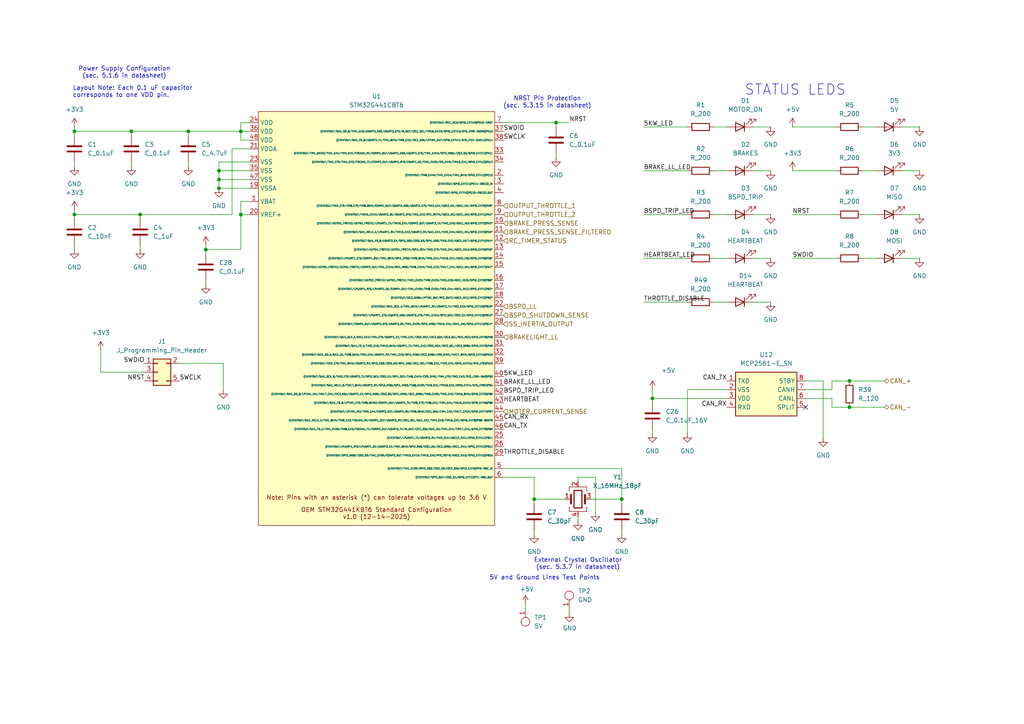
<source format=kicad_sch>
(kicad_sch (version 20250114) (generator "eeschema") (generator_version "9.0")
  (paper "A4")
  (title_block (title "Microcontroller - STM32G441CBT6") (comment 1 "By Leo Liao"))
  (lib_symbols
    (symbol "OEM:C_0.1uF_16V_0603" (pin_numbers (hide yes)) (pin_names (offset 0.254))
      (property "Reference" "C" (at 0.635 2.54 0))
      (property "Value" "C_0.1uF_16V" (at 0.635 -2.54 0))
      (symbol "C_0.1uF_16V_0603_1_1"
        (pin passive line (at 0 3.81 270) (length 2.794) (name "~") (number "1"))
        (pin passive line (at 0 -3.81 90) (length 2.794) (name "~") (number "2"))
      )
    )
    (symbol "OEM:C_10nF_50V_0603" (pin_numbers (hide yes)) (pin_names (offset 0.254))
      (property "Reference" "C" (at 0.635 2.54 0))
      (property "Value" "C_10nF_50V" (at 0.635 -2.54 0))
      (symbol "C_10nF_50V_0603_1_1"
        (pin passive line (at 0 3.81 270) (length 2.794) (name "~") (number "1"))
        (pin passive line (at 0 -3.81 90) (length 2.794) (name "~") (number "2"))
      )
    )
    (symbol "OEM:C_1uF_25V_0603" (pin_numbers (hide yes)) (pin_names (offset 0.254))
      (property "Reference" "C" (at 0.635 2.54 0))
      (property "Value" "C_1uF_25V" (at 0.635 -2.54 0))
      (symbol "C_1uF_25V_0603_1_1"
        (pin passive line (at 0 3.81 270) (length 2.794) (name "~") (number "1"))
        (pin passive line (at 0 -3.81 90) (length 2.794) (name "~") (number "2"))
      )
    )
    (symbol "OEM:C_30pF_50V_0603" (pin_numbers (hide yes)) (pin_names (offset 0.254))
      (property "Reference" "C" (at 0.635 2.54 0))
      (property "Value" "C_30pF_50V" (at 0.635 -2.54 0))
      (symbol "C_30pF_50V_0603_1_1"
        (pin passive line (at 0 3.81 270) (length 2.794) (name "~") (number "1"))
        (pin passive line (at 0 -3.81 90) (length 2.794) (name "~") (number "2"))
      )
    )
    (symbol "OEM:C_4.7uF_25V_0603" (pin_numbers (hide yes)) (pin_names (offset 0.254))
      (property "Reference" "C" (at 0.635 2.54 0))
      (property "Value" "C_4.7uF_25V" (at 0.635 -2.54 0))
      (symbol "C_4.7uF_25V_0603_1_1"
        (pin passive line (at 0 3.81 270) (length 2.794) (name "~") (number "1"))
        (pin passive line (at 0 -3.81 90) (length 2.794) (name "~") (number "2"))
      )
    )
    (symbol "OEM:D_LED_Amber_0805" (pin_numbers (hide yes)) (pin_names (offset 1.016) (hide yes))
      (property "Reference" "D" (at 0 2.54 0))
      (property "Value" "D_Amber_LED" (at 0 -2.54 0))
      (symbol "D_LED_Amber_0805_1_1"
        (pin passive line (at -3.81 0 0) (length 2.54) (name "K") (number "1"))
        (pin passive line (at 3.81 0 180) (length 2.54) (name "A") (number "2"))
      )
    )
    (symbol "OEM:D_LED_Green_0805" (pin_numbers (hide yes)) (pin_names (offset 1.016) (hide yes))
      (property "Reference" "D" (at 0 2.54 0))
      (property "Value" "D_Green_LED" (at 0 -2.54 0))
      (symbol "D_LED_Green_0805_1_1"
        (pin passive line (at -3.81 0 0) (length 2.54) (name "K") (number "1"))
        (pin passive line (at 3.81 0 180) (length 2.54) (name "A") (number "2"))
      )
    )
    (symbol "OEM:D_LED_Red_0805" (pin_numbers (hide yes)) (pin_names (offset 1.016) (hide yes))
      (property "Reference" "D" (at 0 2.54 0))
      (property "Value" "D_Red_LED" (at 0 -2.54 0))
      (symbol "D_LED_Red_0805_1_1"
        (pin passive line (at -3.81 0 0) (length 2.54) (name "K") (number "1"))
        (pin passive line (at 3.81 0 180) (length 2.54) (name "A") (number "2"))
      )
    )
    (symbol "OEM:D_LED_White_0805" (pin_numbers (hide yes)) (pin_names (offset 1.016) (hide yes))
      (property "Reference" "D" (at 0 2.54 0))
      (property "Value" "LED" (at 0 -2.54 0))
      (symbol "D_LED_White_0805_1_1"
        (pin passive line (at -3.81 0 0) (length 2.54) (name "K") (number "1"))
        (pin passive line (at 3.81 0 180) (length 2.54) (name "A") (number "2"))
      )
    )
    (symbol "OEM:J_Programming_Pin_Header" (pin_names (offset 1.016) (hide yes))
      (property "Reference" "J" (at 1.27 5.08 0))
      (property "Value" "J_Programming_Pin_Header" (at 1.27 -5.08 0))
      (symbol "J_Programming_Pin_Header_1_1"
        (pin passive line (at -3.81 2.54 0) (length 2.54) (name "Pin_1") (number "1"))
        (pin passive line (at -3.81 0 0) (length 2.54) (name "Pin_3") (number "3"))
        (pin passive line (at -3.81 -2.54 0) (length 2.54) (name "Pin_4") (number "4"))
        (pin passive line (at 6.35 2.54 180) (length 2.54) (name "Pin_2") (number "2"))
        (pin passive line (at 6.35 -2.54 180) (length 2.54) (name "Pin_5") (number "5"))
      )
    )
    (symbol "OEM:R_120_0.1W_0603" (pin_numbers (hide yes)) (pin_names (offset 0))
      (property "Reference" "R" (at 2.032 0 90))
      (property "Value" "R_120" (at 0 0 90))
      (symbol "R_120_0.1W_0603_1_1"
        (pin passive line (at 0 3.81 270) (length 1.27) (name "~") (number "1"))
        (pin passive line (at 0 -3.81 90) (length 1.27) (name "~") (number "2"))
      )
    )
    (symbol "OEM:R_200_0.1W_0603" (pin_numbers (hide yes)) (pin_names (offset 0))
      (property "Reference" "R" (at 2.032 0 90))
      (property "Value" "R_200" (at 0 0 90))
      (symbol "R_200_0.1W_0603_1_1"
        (pin passive line (at 0 3.81 270) (length 1.27) (name "~") (number "1"))
        (pin passive line (at 0 -3.81 90) (length 1.27) (name "~") (number "2"))
      )
    )
    (symbol "OEM:TP_Hook_SMD" (pin_names (offset 1.016))
      (property "Reference" "TP" (at 0 7.62 0))
      (property "Value" "TP_SMD" (at 1.27 5.08 0))
      (symbol "TP_Hook_SMD_1_1"
        (pin input line (at 0 -1.27 90) (length 2.54) (name "~") (number "1"))
      )
    )
    (symbol "OEM:U_CAN-Transceiver_MCP2561-E_SN_SOIC-8"
      (property "Reference" "U" (at 10.16 11.43 0))
      (property "Value" "MCP2561-E_SN" (at 10.16 8.89 0))
      (symbol "U_CAN-Transceiver_MCP2561-E_SN_SOIC-8_1_1"
        (pin passive line (at -11.43 3.81 0) (length 2.54) (name "TXD") (number "1"))
        (pin passive line (at -11.43 1.27 0) (length 2.54) (name "VSS") (number "2"))
        (pin passive line (at -11.43 -1.27 0) (length 2.54) (name "VDD") (number "3"))
        (pin passive line (at -11.43 -3.81 0) (length 2.54) (name "RXD") (number "4"))
        (pin passive line (at 11.43 3.81 180) (length 2.54) (name "STBY") (number "8"))
        (pin passive line (at 11.43 1.27 180) (length 2.54) (name "CANH") (number "7"))
        (pin passive line (at 11.43 -1.27 180) (length 2.54) (name "CANL") (number "6"))
        (pin passive line (at 11.43 -3.81 180) (length 2.54) (name "SPLIT") (number "5"))
      )
    )
    (symbol "OEM:U_MCU_STM32G441CBT6-Detailed_48-LQFP"
      (property "Reference" "U" (at 0 57.912 0))
      (property "Value" "STM32G441CBT6" (at 0 55.372 0))
      (symbol "U_MCU_STM32G441CBT6-Detailed_48-LQFP_1_1"
        (text "Note: Pins with an asterisk (*) can tolerate voltages up to 3.6 V\n" (at 0 -59.182 0) (effects (font (size 1.27 1.27))))
        (text "OEM STM32G441KBT6 Standard Configuration\nv1.0 (12-14-2025)" (at 0 -63.754 0) (effects (font (size 1.27 1.27))))
        (pin power_in line (at -36.83 49.53 0) (length 2.54) (name "VDD") (number "24"))
        (pin power_in line (at -36.83 46.99 0) (length 2.54) (name "VDD") (number "36"))
        (pin power_in line (at -36.83 44.45 0) (length 2.54) (name "VDD") (number "48"))
        (pin power_in line (at -36.83 41.91 0) (length 2.54) (name "VDDA") (number "21"))
        (pin power_in line (at -36.83 38.1 0) (length 2.54) (name "VSS") (number "23"))
        (pin power_in line (at -36.83 35.56 0) (length 2.54) (name "VSS") (number "35"))
        (pin power_in line (at -36.83 33.02 0) (length 2.54) (name "VSS") (number "47"))
        (pin power_in line (at -36.83 30.48 0) (length 2.54) (name "VSSA") (number "19"))
        (pin power_in line (at -36.83 26.67 0) (length 2.54) (name "VBAT") (number "1"))
        (pin power_in line (at -36.83 22.86 0) (length 2.54) (name "VREF+") (number "20"))
        (pin bidirectional line (at 36.83 49.53 180) (length 2.54) (name "(EVENTOUT/RCC_MCO/GPIO_EXTI10)PG10-NRST") (number "7"))
        (pin bidirectional line (at 36.83 46.99 180) (length 2.54) (name "(EVENTOUT/SAI1_SD_B/TIM4_CH3/USART3_NSS/USART3_CTS/IR_OUT/I2C1_SCL/TIM16_CH1N/GPIO_EXTI13/SYS_JTMS-SWDIO)PA13") (number "37"))
        (pin bidirectional line (at 36.83 44.45 180) (length 2.54) (name "(EVENTOUT/SAI1_FS_B/USART2_TX/TIM1_BKIN/TIM8_CH2/I2C1_SDA/LPTIM1_OUT/GPIO_EXTI14/SYS_JTCK-SWCLK)PA14") (number "38"))
        (pin bidirectional line (at 36.83 40.64 180) (length 2.54) (name "(EVENTOUT/TIM1_BKIN2/TIM1_CH4/TIM4_CH1/FDCAN1_RX/COMP1_OUT/USART1_NSS/USART1_CTS/TIM1_CH1N/SPI2_MOSI/I2S2_SD/GPIO_EXTI11)PA11") (number "33"))
        (pin bidirectional line (at 36.83 38.1 180) (length 2.54) (name "(EVENTOUT/TIM1_ETR/TIM4_CH2/FDCAN1_TX/COMP2_OUT/USART1_RTS/USART1_DE/TIM1_CH2N/I2S_CKIN/TIM16_CH1/GPIO_EXTI12)PA12") (number "34"))
        (pin bidirectional line (at 36.83 34.29 180) (length 2.54) (name "(EVENTOUT/TIM8_CH4N/TIM1_CH1N/TIM1_BKIN/GPIO_EXTI13)PC13") (number "2"))
        (pin bidirectional line (at 36.83 31.75 180) (length 2.54) (name "(EVENTOUT/GPIO_EXTI14)PC14-OSC32_IN") (number "3"))
        (pin bidirectional line (at 36.83 29.21 180) (length 2.54) (name "(EVENTOUT/GPIO_EXTI15)PC15-OSC32_OUT") (number "4"))
        (pin bidirectional line (at 36.83 25.4 180) (length 2.54) (name "(EVENTOUT/TIM2_ETR/TIM8_ETR/TIM8_BKIN/COMP1_OUT/USART2_NSS/USART2_CTS/TIM2_CH1/ADC2_IN1/ADC1_IN1/GPIO_EXTI0)PA0*") (number "8"))
        (pin bidirectional line (at 36.83 22.86 180) (length 2.54) (name "(EVENTOUT/TIM15_CH1N/USART2_DE/USART2_RTS/TIM2_CH2/RTC_REFIN/ADC2_IN2/ADC1_IN2/GPIO_EXTI1)PA1*") (number "9"))
        (pin bidirectional line (at 36.83 20.32 180) (length 2.54) (name "(EVENTOUT/UCPD1_FRSTX2/UCPD1_FRSTX1/LPUART1_TX/TIM15_CH1/COMP2_OUT/USART2_TX/TIM2_CH3/ADC1_IN3/GPIO_EXTI2)PA2*") (number "10"))
        (pin bidirectional line (at 36.83 17.78 180) (length 2.54) (name "(EVENTOUT/SAI1_MCLK_A/LPUART1_RX/TIM15_CH2/USART2_RX/SAI1_CK1/TIM2_CH4/ADC1_IN4/GPIO_EXTI3)PA3*") (number "11"))
        (pin bidirectional line (at 36.83 15.24 180) (length 2.54) (name "(EVENTOUT/SAI1_FS_B/USART2_CK/SPI3_NSS/I2S3_WS/SPI1_NSS/TIM3_CH2/ADC2_IN17/GPIO_EXTI4)PA4*") (number "12"))
        (pin bidirectional line (at 36.83 12.7 180) (length 2.54) (name "(EVENTOUT/UCPD1_FRSTX2/UCPD1_FRSTX1/SPI1_SCK/TIM2_ETR/TIM2_CH1/ADC2_IN13/GPIO_EXTI5)PA5*") (number "13"))
        (pin bidirectional line (at 36.83 10.16 180) (length 2.54) (name "(EVENTOUT/LPUART1_CTS/COMP1_OUT/TIM1_BKIN/SPI1_MISO/TIM8_BKIN/TIM3_CH1/TIM16_CH1/ADC2_IN3/GPIO_EXTI6)PA6*") (number "14"))
        (pin bidirectional line (at 36.83 7.62 180) (length 2.54) (name "(EVENTOUT/UCPD1_FRSTX2/UCPD1_FRSTX1/COMP2_OUT/TIM1_CH1N/SPI1_MOSI/TIM8_CH1N/TIM3_CH2/TIM17_CH1/ADC2_IN4/GPIO_EXTI7)PA7*") (number "15"))
        (pin bidirectional line (at 36.83 3.81 180) (length 2.54) (name "(EVENTOUT/UCPD1_FRSTX2/UCPD1_FRSTX1/TIM1_CH2N/TIM8_CH2N/TIM3_CH3/ADC1_IN15/GPIO_EXTI0)PB0*") (number "16"))
        (pin bidirectional line (at 36.83 1.27 180) (length 2.54) (name "(EVENTOUT/LPUART1_RTS/LPUART1_DE/COMP4_OUT/TIM1_CH3N/TIM8_CH3N/TIM3_CH4/ADC1_IN12/GPIO_EXTI1)PB1*") (number "17"))
        (pin bidirectional line (at 36.83 -1.27 180) (length 2.54) (name "(EVENTOUT/I2C3_SMBA/LPTIM1_OUT/RTC_OUT2/ADC2_IN12/GPIO_EXTI2)PB2*") (number "18"))
        (pin bidirectional line (at 36.83 -3.81 180) (length 2.54) (name "(EVENTOUT/SAI1_SCK_A/TIM1_BKIN/LPUART1_RX/USART3_TX/TIM2_CH3/GPIO_EXTI10)PB10*") (number "22"))
        (pin bidirectional line (at 36.83 -6.35 180) (length 2.54) (name "(EVENTOUT/LPUART1_CTS/USART3_NSS/USART3_CTS/TIM1_CH1N/SPI2_SCK/I2S2_CK/GPIO_EXTI13)PB13*") (number "27"))
        (pin bidirectional line (at 36.83 -8.89 180) (length 2.54) (name "(EVENTOUT/COMP4_OUT/USART3_RTS/USART3_DE/TIM1_CH2N/SPI2_MISO/TIM15_CH1/ADC1_IN5/GPIO_EXTI14)PB14*") (number "28"))
        (pin bidirectional line (at 36.83 -12.7 180) (length 2.54) (name "(EVENTOUT/SAI1_SCK_A/SAI1_CK2/TIM4_ETR/USART1_CK/TIM1_CH1/I2S2_MCK/I2C2_SDA/I2C3_SCL/RCC_MCO/GPIO_EXTI8)PA8") (number "30"))
        (pin bidirectional line (at 36.83 -15.24 180) (length 2.54) (name "(EVENTOUT/SAI1_FS_A/TIM2_CH3/TIM15_BKIN/USART1_TX/TIM1_CH2/I2S3_MCK/I2C2_SCL/I2C3_SMBA/GPIO_EXTI9)PA9") (number "31"))
        (pin bidirectional line (at 36.83 -17.78 180) (length 2.54) (name "(EVENTOUT/SAI1_SD_A/SAI1_D1/TIM8_BKIN/TIM2_CH4/USART1_RX/TIM1_CH3/SPI2_MISO/I2C2_SMBA/CRS_SYNC/TIM17_BKIN/GPIO_EXTI10)PA10") (number "32"))
        (pin bidirectional line (at 36.83 -20.32 180) (length 2.54) (name "(EVENTOUT/TIM2_ETR/TIM1_BKIN/USART2_RX/SPI3_NSS/I2S3_WS/SPI1_NSS/I2C1_SCL/TIM8_CH1/TIM2_CH1/GPIO_EXTI15/SYS_JTDI)PA15") (number "39"))
        (pin bidirectional line (at 36.83 -24.13 180) (length 2.54) (name "(EVENTOUT/SAI1_SCK_B/TIM3_ETR/USART2_TX/SPI3_SCK/I2S3_CK/SPI1_SCK/TIM8_CH1N/CRS_SYNC/TIM4_ETR/TIM2_CH2/SYS_JTDO-SWO)PB3") (number "40"))
        (pin bidirectional line (at 36.83 -26.67 180) (length 2.54) (name "(EVENTOUT/SAI1_MCLK_B/TIM17_BKIN/USART2_RX/SPI3_MISO/SPI1_MISO/TIM8_CH2N/TIM3_CH1/TIM16_CH1/GPIO_EXTI4/SYS_JTRST)PB4") (number "41"))
        (pin bidirectional line (at 36.83 -29.21 180) (length 2.54) (name "(EVENTOUT/SAI1_SD_B/LPTIM1_IN1/TIM17_CH1/I2C3_SDA/USART2_CK/SPI3_MOSI/I2S3_SD/SPI1_MOSI/I2C1_SMBA/TIM8_CH3N/TIM3_CH2/TIM16_BKIN/GPIO_EXTI5)PB5") (number "42"))
        (pin bidirectional line (at 36.83 -31.75 180) (length 2.54) (name "(EVENTOUT/SAI1_FS_B/LPTIM1_ETR/TIM8_BKIN2/COMP4_OUT/USART1_TX/TIM8_ETR/TIM8_CH1/TIM4_CH1/TIM16_CH1N/GPIO_EXTI6)PB6") (number "43"))
        (pin bidirectional line (at 36.83 -34.29 180) (length 2.54) (name "(EVENTOUT/LPTIM1_IN2/TIM3_CH4/COMP3_OUT/USART1_RX/TIM8_BKIN/I2C1_SDA/TIM4_CH2/TIM17_CH1N/GPIO_EXTI7)PB7") (number "44"))
        (pin bidirectional line (at 36.83 -36.83 180) (length 2.54) (name "(EVENTOUT/SAI1_MCLK_A/TIM1_BKIN/TIM8_CH2/FDCAN1_RX/COMP1_OUT/USART3_RX/I2C1_SCL/SAI1_CK1/TIM4_CH3/TIM16_CH1/GPIO_EXTI8)PB8-BOOT0") (number "45"))
        (pin bidirectional line (at 36.83 -39.37 180) (length 2.54) (name "(EVENTOUT/SAI1_FS_A/TIM1_CH3N/TIM8_CH3/FDCAN1_TX/COMP2_OUT/USART3_TX/IR_OUT/I2C1_SDA/SAI1_D2/TIM4_CH4/TIM17_CH1/GPIO_EXTI9)PB9") (number "46"))
        (pin bidirectional line (at 36.83 -41.91 180) (length 2.54) (name "(EVENTOUT/LPUART1_TX/USART3_RX/TIM2_CH4/ADC12_IN14/GPIO_EXTI11)PB11") (number "25"))
        (pin bidirectional line (at 36.83 -44.45 180) (length 2.54) (name "(EVENTOUT/LPUART1_RTS/LPUART1_DE/USART3_CK/TIM1_BKIN/SPI2_NSS/I2S2_WS/I2C2_SMBA/ADC1_IN11/GPIO_EXTI12)PB12") (number "26"))
        (pin bidirectional line (at 36.83 -46.99 180) (length 2.54) (name "(EVENTOUT/SPI2_MOSI/I2S2_SD/TIM1_CH3N/COMP3_OUT/TIM15_CH1N/TIM15_CH2/RTC_REFIN/ADC2_IN15/GPIO_EXTI15)PB15") (number "29"))
        (pin bidirectional line (at 36.83 -50.8 180) (length 2.54) (name "(EVENTOUT/TIM1_CH3N/SPI2_NSS/I2S2_WS/I2C2_SDA/GPIO_EXTI0)PF0-OSC_IN") (number "5"))
        (pin bidirectional line (at 36.83 -53.34 180) (length 2.54) (name "(EVENTOUT/SPI2_SCK/I2S2_CK/GPIO_EXTI1)PF1-OSC_OUT") (number "6"))
      )
    )
    (symbol "OEM:X_16MHz_18pF_SMD" (pin_names (offset 1.016) (hide yes))
      (property "Reference" "Y" (at 3.175 5.08 0))
      (property "Value" "X_16MHz_18pF" (at 3.175 3.175 0))
      (symbol "X_16MHz_18pF_SMD_1_1"
        (pin passive line (at -3.81 0 0) (length 1.27) (name "1") (number "1"))
        (pin passive line (at 0 5.08 270) (length 1.27) (name "2") (number "2"))
        (pin passive line (at 0 -5.08 90) (length 1.27) (name "4") (number "4"))
        (pin passive line (at 3.81 0 180) (length 1.27) (name "3") (number "3"))
      )
    )
    (symbol "power:+3V3" (power) (pin_numbers (hide yes)) (pin_names (offset 0) (hide yes))
      (property "Value" "+3V3" (at 0 3.556 0))
      (symbol "+3V3_1_1"
        (pin power_in line (at 0 0 90) (length 0) (name "~") (number "1"))
      )
    )
    (symbol "power:+5V" (power) (pin_numbers (hide yes)) (pin_names (offset 0) (hide yes))
      (property "Value" "+5V" (at 0 3.556 0))
      (symbol "+5V_1_1"
        (pin power_in line (at 0 0 90) (length 0) (name "~") (number "1"))
      )
    )
    (symbol "power:GND" (power) (pin_numbers (hide yes)) (pin_names (offset 0) (hide yes))
      (property "Value" "GND" (at 0 -3.81 0))
      (symbol "GND_1_1"
        (pin power_in line (at 0 0 270) (length 0) (name "~") (number "1"))
      )
    )
  )
  (text "Power Supply Configuration\n(sec. 5.1.6 in datasheet)" (at 36.068 21.082 0) (effects (font (size 1.27 1.27))))
  (text "NRST Pin Protection\n(sec. 5.3.15 in datasheet)" (at 158.75 29.718 0) (effects (font (size 1.27 1.27))))
  (text "Layout Note: Each 0.1 uF capacitor\ncorresponds to one VDD pin." (at 21.082 26.67 0) (effects (font (size 1.27 1.27)) (justify left)))
  (text "STATUS LEDS" (at 215.9 27.94 0) (effects (font (size 3 3)) (justify left bottom)))
  (text "5V and Ground Lines Test Points" (at 157.988 167.64 0) (effects (font (size 1.27 1.27))))
  (text "External Crystal Oscillator\n(sec. 5.3.7 in datasheet)" (at 167.64 163.576 0) (effects (font (size 1.27 1.27))))
  (junction (at 189.23 115.57))
  (junction (at 69.85 62.23))
  (junction (at 69.85 38.1))
  (junction (at 40.64 62.23))
  (junction (at 63.5 49.53))
  (junction (at 246.38 118.11))
  (junction (at 246.38 110.49))
  (junction (at 63.5 54.61))
  (junction (at 154.94 144.78))
  (junction (at 21.59 62.23))
  (junction (at 59.69 72.39))
  (junction (at 180.34 144.78))
  (junction (at 21.59 38.1))
  (junction (at 161.29 35.56))
  (junction (at 54.61 38.1))
  (junction (at 38.1 38.1))
  (junction (at 63.5 52.07))
  (no_connect (at 233.68 118.11))
  (wire (pts (xy 207.01 74.93) (xy 210.82 74.93)))
  (wire (pts (xy 167.64 149.86) (xy 167.64 151.13)))
  (wire (pts (xy 250.19 36.83) (xy 254 36.83)))
  (wire (pts (xy 154.94 144.78) (xy 154.94 138.43)))
  (wire (pts (xy 38.1 38.1) (xy 54.61 38.1)))
  (wire (pts (xy 161.29 44.45) (xy 161.29 45.72)))
  (wire (pts (xy 54.61 46.99) (xy 54.61 48.26)))
  (wire (pts (xy 241.3 115.57) (xy 241.3 118.11)))
  (wire (pts (xy 69.85 35.56) (xy 72.39 35.56)))
  (wire (pts (xy 189.23 124.46) (xy 189.23 125.73)))
  (wire (pts (xy 172.72 138.43) (xy 172.72 148.59)))
  (wire (pts (xy 69.85 38.1) (xy 72.39 38.1)))
  (wire (pts (xy 154.94 154.94) (xy 154.94 153.67)))
  (wire (pts (xy 21.59 63.5) (xy 21.59 62.23)))
  (wire (pts (xy 186.69 87.63) (xy 199.39 87.63)))
  (wire (pts (xy 38.1 46.99) (xy 38.1 48.26)))
  (wire (pts (xy 167.64 138.43) (xy 172.72 138.43)))
  (wire (pts (xy 152.4 175.26) (xy 152.4 176.53)))
  (wire (pts (xy 189.23 115.57) (xy 189.23 116.84)))
  (wire (pts (xy 63.5 46.99) (xy 63.5 49.53)))
  (wire (pts (xy 69.85 40.64) (xy 72.39 40.64)))
  (wire (pts (xy 21.59 46.99) (xy 21.59 48.26)))
  (wire (pts (xy 180.34 144.78) (xy 180.34 146.05)))
  (wire (pts (xy 218.44 36.83) (xy 223.52 36.83)))
  (wire (pts (xy 59.69 71.12) (xy 59.69 72.39)))
  (wire (pts (xy 165.1 176.53) (xy 165.1 177.8)))
  (wire (pts (xy 241.3 118.11) (xy 246.38 118.11)))
  (wire (pts (xy 250.19 49.53) (xy 254 49.53)))
  (wire (pts (xy 21.59 38.1) (xy 38.1 38.1)))
  (wire (pts (xy 69.85 72.39) (xy 69.85 62.23)))
  (wire (pts (xy 180.34 153.67) (xy 180.34 154.94)))
  (wire (pts (xy 186.69 62.23) (xy 199.39 62.23)))
  (wire (pts (xy 59.69 72.39) (xy 59.69 73.66)))
  (wire (pts (xy 52.07 105.41) (xy 64.77 105.41)))
  (wire (pts (xy 146.05 35.56) (xy 161.29 35.56)))
  (wire (pts (xy 154.94 144.78) (xy 163.83 144.78)))
  (wire (pts (xy 229.87 74.93) (xy 242.57 74.93)))
  (wire (pts (xy 146.05 135.89) (xy 180.34 135.89)))
  (wire (pts (xy 241.3 113.03) (xy 241.3 110.49)))
  (wire (pts (xy 69.85 62.23) (xy 72.39 62.23)))
  (wire (pts (xy 69.85 58.42) (xy 69.85 62.23)))
  (wire (pts (xy 40.64 71.12) (xy 40.64 72.39)))
  (wire (pts (xy 233.68 110.49) (xy 238.76 110.49)))
  (wire (pts (xy 180.34 135.89) (xy 180.34 144.78)))
  (wire (pts (xy 21.59 60.96) (xy 21.59 62.23)))
  (wire (pts (xy 186.69 36.83) (xy 199.39 36.83)))
  (wire (pts (xy 218.44 74.93) (xy 223.52 74.93)))
  (wire (pts (xy 207.01 62.23) (xy 210.82 62.23)))
  (wire (pts (xy 63.5 49.53) (xy 72.39 49.53)))
  (wire (pts (xy 229.87 36.83) (xy 242.57 36.83)))
  (wire (pts (xy 256.54 110.49) (xy 246.38 110.49)))
  (wire (pts (xy 40.64 62.23) (xy 40.64 63.5)))
  (wire (pts (xy 189.23 115.57) (xy 210.82 115.57)))
  (wire (pts (xy 69.85 58.42) (xy 72.39 58.42)))
  (wire (pts (xy 218.44 49.53) (xy 223.52 49.53)))
  (wire (pts (xy 54.61 38.1) (xy 54.61 39.37)))
  (wire (pts (xy 67.31 43.18) (xy 67.31 62.23)))
  (wire (pts (xy 63.5 52.07) (xy 63.5 49.53)))
  (wire (pts (xy 186.69 74.93) (xy 199.39 74.93)))
  (wire (pts (xy 29.21 107.95) (xy 41.91 107.95)))
  (wire (pts (xy 59.69 72.39) (xy 69.85 72.39)))
  (wire (pts (xy 64.77 105.41) (xy 64.77 113.03)))
  (wire (pts (xy 218.44 62.23) (xy 223.52 62.23)))
  (wire (pts (xy 207.01 87.63) (xy 210.82 87.63)))
  (wire (pts (xy 69.85 38.1) (xy 69.85 40.64)))
  (wire (pts (xy 59.69 81.28) (xy 59.69 82.55)))
  (wire (pts (xy 54.61 38.1) (xy 69.85 38.1)))
  (wire (pts (xy 21.59 38.1) (xy 21.59 39.37)))
  (wire (pts (xy 207.01 36.83) (xy 210.82 36.83)))
  (wire (pts (xy 199.39 113.03) (xy 199.39 125.73)))
  (wire (pts (xy 21.59 72.39) (xy 21.59 71.12)))
  (wire (pts (xy 69.85 35.56) (xy 69.85 38.1)))
  (wire (pts (xy 241.3 110.49) (xy 246.38 110.49)))
  (wire (pts (xy 63.5 54.61) (xy 72.39 54.61)))
  (wire (pts (xy 63.5 52.07) (xy 72.39 52.07)))
  (wire (pts (xy 40.64 62.23) (xy 67.31 62.23)))
  (wire (pts (xy 21.59 36.83) (xy 21.59 38.1)))
  (wire (pts (xy 38.1 38.1) (xy 38.1 39.37)))
  (wire (pts (xy 171.45 144.78) (xy 180.34 144.78)))
  (wire (pts (xy 261.62 74.93) (xy 266.7 74.93)))
  (wire (pts (xy 199.39 113.03) (xy 210.82 113.03)))
  (wire (pts (xy 261.62 49.53) (xy 266.7 49.53)))
  (wire (pts (xy 154.94 144.78) (xy 154.94 146.05)))
  (wire (pts (xy 21.59 62.23) (xy 40.64 62.23)))
  (wire (pts (xy 161.29 35.56) (xy 161.29 36.83)))
  (wire (pts (xy 63.5 52.07) (xy 63.5 54.61)))
  (wire (pts (xy 146.05 138.43) (xy 154.94 138.43)))
  (wire (pts (xy 250.19 62.23) (xy 254 62.23)))
  (wire (pts (xy 229.87 49.53) (xy 242.57 49.53)))
  (wire (pts (xy 207.01 49.53) (xy 210.82 49.53)))
  (wire (pts (xy 186.69 49.53) (xy 199.39 49.53)))
  (wire (pts (xy 218.44 87.63) (xy 223.52 87.63)))
  (wire (pts (xy 167.64 138.43) (xy 167.64 139.7)))
  (wire (pts (xy 261.62 36.83) (xy 266.7 36.83)))
  (wire (pts (xy 233.68 115.57) (xy 241.3 115.57)))
  (wire (pts (xy 261.62 62.23) (xy 266.7 62.23)))
  (wire (pts (xy 29.21 107.95) (xy 29.21 101.6)))
  (wire (pts (xy 67.31 43.18) (xy 72.39 43.18)))
  (wire (pts (xy 238.76 110.49) (xy 238.76 127)))
  (wire (pts (xy 246.38 118.11) (xy 256.54 118.11)))
  (wire (pts (xy 63.5 46.99) (xy 72.39 46.99)))
  (wire (pts (xy 229.87 62.23) (xy 242.57 62.23)))
  (wire (pts (xy 250.19 74.93) (xy 254 74.93)))
  (wire (pts (xy 161.29 35.56) (xy 165.1 35.56)))
  (wire (pts (xy 189.23 113.03) (xy 189.23 115.57)))
  (wire (pts (xy 233.68 113.03) (xy 241.3 113.03)))
  (label "CAN_RX" (at 210.82 118.11 180))
  (label "SWDIO" (at 229.87 74.93 0))
  (label "NRST" (at 229.87 62.23 0))
  (label "THROTTLE_DISABLE" (at 146.05 132.08 0))
  (label "THROTTLE_DISABLE" (at 186.69 87.63 0))
  (label "CAN_TX" (at 210.82 110.49 180))
  (label "SWDIO" (at 41.91 105.41 180))
  (label "NRST" (at 41.91 110.49 180))
  (label "SWCLK" (at 146.05 40.64 0))
  (label "SWDIO" (at 146.05 38.1 0))
  (label "CAN_TX" (at 146.05 124.46 0))
  (label "5KW_LED" (at 186.69 36.83 0))
  (label "HEARTBEAT" (at 146.05 116.84 0))
  (label "HEARTBEAT_LED" (at 186.69 74.93 0))
  (label "5KW_LED" (at 146.05 109.22 0))
  (label "NRST" (at 165.1 35.56 0))
  (label "BRAKE_LL_LED" (at 186.69 49.53 0))
  (label "CAN_RX" (at 146.05 121.92 0))
  (label "BRAKE_LL_LED" (at 146.05 111.76 0))
  (label "BSPD_TRIP_LED" (at 146.05 114.3 0))
  (label "BSPD_TRIP_LED" (at 186.69 62.23 0))
  (label "SWCLK" (at 52.07 110.49 0))
  (hierarchical_label "CAN_+" (shape bidirectional) (at 256.54 110.49 0))
  (hierarchical_label "BRAKE_PRESS_SENSE" (shape input) (at 146.05 64.77 0))
  (hierarchical_label "RC_TIMER_STATUS" (shape input) (at 146.05 69.85 0))
  (hierarchical_label "BSPD_SHUTDOWN_SENSE" (shape input) (at 146.05 91.44 0))
  (hierarchical_label "SS_INERTIA_OUTPUT" (shape input) (at 146.05 93.98 0))
  (hierarchical_label "BSPD_LL" (shape input) (at 146.05 88.9 0))
  (hierarchical_label "BRAKE_PRESS_SENSE_FILTERED" (shape input) (at 146.05 67.31 0))
  (hierarchical_label "OUTPUT_THROTTLE_1" (shape input) (at 146.05 59.69 0))
  (hierarchical_label "MOTER_CURRENT_SENSE" (shape input) (at 146.05 119.38 0))
  (hierarchical_label "CAN_-" (shape bidirectional) (at 256.54 118.11 0))
  (hierarchical_label "OUTPUT_THROTTLE_2" (shape input) (at 146.05 62.23 0))
  (hierarchical_label "BRAKELIGHT_LL" (shape input) (at 146.05 97.79 0))
  (symbol (lib_id "OEM:X_16MHz_18pF_SMD") (at 167.64 144.78 0) (unit 1)
    (property "Reference" "Y1" (at 179.07 138.3598 0))
    (property "Value" "X_16MHz_18pF" (at 179.07 140.8998 0))
    (property "Footprint" "OEM:FA238160000MBC0 (X_16MHz_18pF_SMD - FA-238_16.0000MB-C0)" (effects (hide yes)))
    (property "Datasheet" "https://www.mouser.com/datasheet/3/97/1/FA-238_en.pdf" (effects (hide yes)))
    (property "Description" "CRYSTAL 16.0000MHZ 18PF SMD" (effects (hide yes)))
    (property "MPN" "FA-238 16.0000MB-C0" (effects (hide yes)))
  )
  (symbol (lib_id "OEM:TP_Hook_SMD") (at 152.4 177.8 180) (unit 1)
    (property "Reference" "TP1" (at 154.94 179.0699 0) (effects (justify right)))
    (property "Value" "5V" (at 154.94 181.6099 0) (effects (justify right)))
    (property "Footprint" "OEM:TP_Hook_SMD" (effects (hide yes)))
    (property "Datasheet" "https://www.mouser.com/datasheet/3/201/1/5019.PDF" (effects (hide yes)))
    (property "Description" "Test Point SMD Hook" (effects (hide yes)))
    (property "MPN" "5019" (effects (hide yes)))
  )
  (symbol (lib_id "power:GND") (at 238.76 127 0) (unit 1)
    (property "Reference" "#PWR?" (effects (hide yes)))
    (property "Value" "GND" (at 238.76 132.08 0))
    (property "Description" "Power symbol creates a global label with name \"GND\" , ground" (effects (hide yes)))
  )
  (symbol (lib_id "power:GND") (at 223.52 74.93 0) (unit 1)
    (property "Reference" "#PWR?" (effects (hide yes)))
    (property "Value" "GND" (at 223.52 80.01 0))
    (property "Description" "Power symbol creates a global label with name \"GND\" , ground" (effects (hide yes)))
  )
  (symbol (lib_id "power:+5V") (at 229.87 36.83 0) (unit 1)
    (property "Reference" "#PWR?" (effects (hide yes)))
    (property "Value" "+5V" (at 229.87 31.75 0))
    (property "Description" "Power symbol creates a global label with name \"+5V\"" (effects (hide yes)))
  )
  (symbol (lib_id "power:GND") (at 21.59 48.26 0) (unit 1)
    (property "Reference" "#PWR?" (effects (hide yes)))
    (property "Value" "GND" (at 21.59 53.34 0))
    (property "Description" "Power symbol creates a global label with name \"GND\" , ground" (effects (hide yes)))
  )
  (symbol (lib_id "power:+3V3") (at 21.59 60.96 0) (unit 1)
    (property "Reference" "#PWR?" (effects (hide yes)))
    (property "Value" "+3V3" (at 21.59 55.88 0))
    (property "Description" "Power symbol creates a global label with name \"+3V3\"" (effects (hide yes)))
  )
  (symbol (lib_id "OEM:D_LED_Red_0805") (at 214.63 62.23 180) (unit 1)
    (property "Reference" "D3" (at 216.2175 54.61 0))
    (property "Value" "BSPD_TRIP" (at 216.2175 57.15 0))
    (property "Footprint" "OEM:D_0805_2012Metric" (effects (hide yes)))
    (property "Datasheet" "https://www.mouser.com/catalog/specsheets/Lite-On-LTST-C171KRKT.pdf" (effects (hide yes)))
    (property "Description" "LED RED CLEAR SMD" (effects (hide yes)))
    (property "Sim.Pins" "1=K 2=A" (effects (hide yes)))
    (property "MPN" "LTST-C171KRKT" (effects (hide yes)))
  )
  (symbol (lib_id "power:+5V") (at 189.23 113.03 0) (unit 1)
    (property "Reference" "#PWR?" (effects (hide yes)))
    (property "Value" "+5V" (at 193.802 107.442 0))
    (property "Description" "Power symbol creates a global label with name \"+5V\"" (effects (hide yes)))
  )
  (symbol (lib_id "OEM:D_LED_Green_0805") (at 257.81 74.93 180) (unit 1)
    (property "Reference" "D8" (at 259.3975 67.31 0))
    (property "Value" "MOSI" (at 259.3975 69.85 0))
    (property "Footprint" "OEM:D_0805_2012Metric" (effects (hide yes)))
    (property "Datasheet" "https://www.mouser.com/catalog/specsheets/Lite-On-LTST-C170KGKT.pdf" (effects (hide yes)))
    (property "Description" "LED GREEN CLEAR SMD" (effects (hide yes)))
    (property "Sim.Pins" "1=K 2=A" (effects (hide yes)))
    (property "MPN" "LTST-C170KGKT" (effects (hide yes)))
  )
  (symbol (lib_id "power:GND") (at 38.1 48.26 0) (unit 1)
    (property "Reference" "#PWR?" (effects (hide yes)))
    (property "Value" "GND" (at 38.1 53.34 0))
    (property "Description" "Power symbol creates a global label with name \"GND\" , ground" (effects (hide yes)))
  )
  (symbol (lib_id "OEM:R_200_0.1W_0603") (at 203.2 87.63 90) (unit 1)
    (property "Reference" "R49" (at 203.2 81.28 90))
    (property "Value" "R_200" (at 203.2 83.82 90))
    (property "Footprint" "OEM:R_0603_1608Metric" (effects (hide yes)))
    (property "Datasheet" "https://www.mouser.com/datasheet/3/317/1/ASC_WR.pdf" (effects (hide yes)))
    (property "Description" "RES 200 OHM 1% 1/10W 0603" (effects (hide yes)))
    (property "MPN" "WR06X2000FTL" (effects (hide yes)))
  )
  (symbol (lib_id "power:GND") (at 40.64 72.39 0) (unit 1)
    (property "Reference" "#PWR?" (effects (hide yes)))
    (property "Value" "GND" (at 40.64 77.47 0))
    (property "Description" "Power symbol creates a global label with name \"GND\" , ground" (effects (hide yes)))
  )
  (symbol (lib_id "power:GND") (at 189.23 125.73 0) (unit 1)
    (property "Reference" "#PWR?" (effects (hide yes)))
    (property "Value" "GND" (at 189.23 130.81 0))
    (property "Description" "Power symbol creates a global label with name \"GND\" , ground" (effects (hide yes)))
  )
  (symbol (lib_id "OEM:D_LED_White_0805") (at 257.81 36.83 180) (unit 1)
    (property "Reference" "D5" (at 259.3975 29.21 0))
    (property "Value" "5V" (at 259.3975 31.75 0))
    (property "Footprint" "OEM:D_0805_2012Metric" (effects (hide yes)))
    (property "Datasheet" "https://www.qt-brightek.com/datasheet/QBLP631_series.pdf" (effects (hide yes)))
    (property "Description" "LED WHITE DIFFUSED 0805 SMD" (effects (hide yes)))
    (property "Sim.Pins" "1=K 2=A" (effects (hide yes)))
    (property "MPN" "QBLP631-IW" (effects (hide yes)))
  )
  (symbol (lib_id "OEM:D_LED_Amber_0805") (at 214.63 36.83 180) (unit 1)
    (property "Reference" "D1" (at 216.2175 29.21 0))
    (property "Value" "MOTOR_ON" (at 216.2175 31.75 0))
    (property "Footprint" "OEM:D_0805_2012Metric" (effects (hide yes)))
    (property "Datasheet" "https://www.mouser.com/catalog/specsheets/ltstc171aktliteon.pdf" (effects (hide yes)))
    (property "Description" "LED ORANGE CLEAR SMD" (effects (hide yes)))
    (property "Sim.Pins" "1=K 2=A" (effects (hide yes)))
    (property "MPN" " LTST-C171AKT " (effects (hide yes)))
  )
  (symbol (lib_id "OEM:C_4.7uF_25V_0603") (at 54.61 43.18 0) (unit 1)
    (property "Reference" "C5" (at 58.42 41.9099 0) (effects (justify left)))
    (property "Value" "C_4.7uF" (at 58.42 44.4499 0) (effects (justify left)))
    (property "Footprint" "OEM:C_0603_1608Metric" (effects (hide yes)))
    (property "Datasheet" "https://www.mouser.com/catalog/specsheets/mure-s-a0004413631-1.pdf" (effects (hide yes)))
    (property "Description" "CAP CER 4.7UF 25V X5R 0603" (effects (hide yes)))
    (property "MPN" "GRT188R61E475ME13D" (effects (hide yes)))
  )
  (symbol (lib_id "power:GND") (at 223.52 87.63 0) (unit 1)
    (property "Reference" "#PWR?" (effects (hide yes)))
    (property "Value" "GND" (at 223.52 92.71 0))
    (property "Description" "Power symbol creates a global label with name \"GND\" , ground" (effects (hide yes)))
  )
  (symbol (lib_id "power:GND") (at 266.7 49.53 0) (unit 1)
    (property "Reference" "#PWR?" (effects (hide yes)))
    (property "Value" "GND" (at 266.7 54.61 0))
    (property "Description" "Power symbol creates a global label with name \"GND\" , ground" (effects (hide yes)))
  )
  (symbol (lib_id "OEM:R_200_0.1W_0603") (at 246.38 62.23 90) (unit 1)
    (property "Reference" "R7" (at 246.38 55.88 90))
    (property "Value" "R_200" (at 246.38 58.42 90))
    (property "Footprint" "OEM:R_0603_1608Metric" (effects (hide yes)))
    (property "Datasheet" "https://www.mouser.com/datasheet/3/317/1/ASC_WR.pdf" (effects (hide yes)))
    (property "Description" "RES 200 OHM 1% 1/10W 0603" (effects (hide yes)))
    (property "MPN" "WR06X2000FTL" (effects (hide yes)))
  )
  (symbol (lib_id "power:GND") (at 167.64 151.13 0) (unit 1)
    (property "Reference" "#PWR?" (effects (hide yes)))
    (property "Value" "GND" (at 167.64 156.21 0))
    (property "Description" "Power symbol creates a global label with name \"GND\" , ground" (effects (hide yes)))
  )
  (symbol (lib_id "power:+3V3") (at 59.69 71.12 0) (unit 1)
    (property "Reference" "#PWR?" (effects (hide yes)))
    (property "Value" "+3V3" (at 59.69 66.04 0))
    (property "Description" "Power symbol creates a global label with name \"+3V3\"" (effects (hide yes)))
  )
  (symbol (lib_id "power:GND") (at 180.34 154.94 0) (unit 1)
    (property "Reference" "#PWR?" (effects (hide yes)))
    (property "Value" "GND" (at 180.34 160.02 0))
    (property "Description" "Power symbol creates a global label with name \"GND\" , ground" (effects (hide yes)))
  )
  (symbol (lib_id "OEM:R_200_0.1W_0603") (at 246.38 36.83 90) (unit 1)
    (property "Reference" "R5" (at 246.38 30.48 90))
    (property "Value" "R_200" (at 246.38 33.02 90))
    (property "Footprint" "OEM:R_0603_1608Metric" (effects (hide yes)))
    (property "Datasheet" "https://www.mouser.com/datasheet/3/317/1/ASC_WR.pdf" (effects (hide yes)))
    (property "Description" "RES 200 OHM 1% 1/10W 0603" (effects (hide yes)))
    (property "MPN" "WR06X2000FTL" (effects (hide yes)))
  )
  (symbol (lib_id "OEM:R_200_0.1W_0603") (at 246.38 74.93 90) (unit 1)
    (property "Reference" "R8" (at 246.38 68.58 90))
    (property "Value" "R_200" (at 246.38 71.12 90))
    (property "Footprint" "OEM:R_0603_1608Metric" (effects (hide yes)))
    (property "Datasheet" "https://www.mouser.com/datasheet/3/317/1/ASC_WR.pdf" (effects (hide yes)))
    (property "Description" "RES 200 OHM 1% 1/10W 0603" (effects (hide yes)))
    (property "MPN" "WR06X2000FTL" (effects (hide yes)))
  )
  (symbol (lib_id "OEM:U_MCU_STM32G441CBT6-Detailed_48-LQFP") (at 109.22 85.09 0) (unit 1)
    (property "Reference" "U1" (at 109.22 27.94 0))
    (property "Value" "STM32G441CBT6" (at 109.22 30.48 0))
    (property "Footprint" "OEM:LQFP-48_7x7mm_P0.5mm" (effects (hide yes)))
    (property "Datasheet" "https://www.st.com/resource/en/datasheet/stm32g441cb.pdf" (effects (hide yes)))
    (property "Description" "IC MCU 32BIT 128KB FLASH 48LQFP" (effects (hide yes)))
    (property "MPN" "STM32G441CBT6" (effects (hide yes)))
  )
  (symbol (lib_id "OEM:C_0.1uF_16V_0603") (at 189.23 120.65 0) (unit 1)
    (property "Reference" "C26" (at 193.04 119.3799 0) (effects (justify left)))
    (property "Value" "C_0.1uF_16V" (at 193.04 121.9199 0) (effects (justify left)))
    (property "Footprint" "OEM:C_0603_1608Metric" (effects (hide yes)))
    (property "Datasheet" "https://www.mouser.com/datasheet/3/72/1/KEM_C1005_Y5V_SMD.pdf" (effects (hide yes)))
    (property "Description" "CAP CER 0.1UF 16V Y5V 0603" (effects (hide yes)))
    (property "MPN" "C0603C104Z4VACTU" (effects (hide yes)))
  )
  (symbol (lib_id "OEM:C_0.1uF_16V_0603") (at 161.29 40.64 0) (unit 1)
    (property "Reference" "C6" (at 165.1 39.3699 0) (effects (justify left)))
    (property "Value" "C_0.1uF" (at 165.1 41.9099 0) (effects (justify left)))
    (property "Footprint" "OEM:C_0603_1608Metric" (effects (hide yes)))
    (property "Datasheet" "https://www.mouser.com/datasheet/3/72/1/KEM_C1005_Y5V_SMD.pdf" (effects (hide yes)))
    (property "Description" "CAP CER 0.1UF 16V Y5V 0603" (effects (hide yes)))
    (property "MPN" "C0603C104Z4VACTU" (effects (hide yes)))
  )
  (symbol (lib_id "OEM:D_LED_Green_0805") (at 257.81 62.23 180) (unit 1)
    (property "Reference" "D7" (at 259.3975 54.61 0))
    (property "Value" "MISO" (at 259.3975 57.15 0))
    (property "Footprint" "OEM:D_0805_2012Metric" (effects (hide yes)))
    (property "Datasheet" "https://www.mouser.com/catalog/specsheets/Lite-On-LTST-C170KGKT.pdf" (effects (hide yes)))
    (property "Description" "LED GREEN CLEAR SMD" (effects (hide yes)))
    (property "Sim.Pins" "1=K 2=A" (effects (hide yes)))
    (property "MPN" "LTST-C170KGKT" (effects (hide yes)))
  )
  (symbol (lib_id "OEM:R_200_0.1W_0603") (at 246.38 49.53 90) (unit 1)
    (property "Reference" "R6" (at 246.38 43.18 90))
    (property "Value" "R_200" (at 246.38 45.72 90))
    (property "Footprint" "OEM:R_0603_1608Metric" (effects (hide yes)))
    (property "Datasheet" "https://www.mouser.com/datasheet/3/317/1/ASC_WR.pdf" (effects (hide yes)))
    (property "Description" "RES 200 OHM 1% 1/10W 0603" (effects (hide yes)))
    (property "MPN" "WR06X2000FTL" (effects (hide yes)))
  )
  (symbol (lib_id "OEM:D_LED_Amber_0805") (at 214.63 49.53 180) (unit 1)
    (property "Reference" "D2" (at 216.2175 41.91 0))
    (property "Value" "BRAKES" (at 216.2175 44.45 0))
    (property "Footprint" "OEM:D_0805_2012Metric" (effects (hide yes)))
    (property "Datasheet" "https://www.mouser.com/catalog/specsheets/ltstc171aktliteon.pdf" (effects (hide yes)))
    (property "Description" "LED ORANGE CLEAR SMD" (effects (hide yes)))
    (property "Sim.Pins" "1=K 2=A" (effects (hide yes)))
    (property "MPN" " LTST-C171AKT " (effects (hide yes)))
  )
  (symbol (lib_id "power:GND") (at 21.59 72.39 0) (unit 1)
    (property "Reference" "#PWR?" (effects (hide yes)))
    (property "Value" "GND" (at 21.59 77.47 0))
    (property "Description" "Power symbol creates a global label with name \"GND\" , ground" (effects (hide yes)))
  )
  (symbol (lib_id "OEM:R_200_0.1W_0603") (at 203.2 49.53 90) (unit 1)
    (property "Reference" "R2" (at 203.2 43.18 90))
    (property "Value" "R_200" (at 203.2 45.72 90))
    (property "Footprint" "OEM:R_0603_1608Metric" (effects (hide yes)))
    (property "Datasheet" "https://www.mouser.com/datasheet/3/317/1/ASC_WR.pdf" (effects (hide yes)))
    (property "Description" "RES 200 OHM 1% 1/10W 0603" (effects (hide yes)))
    (property "MPN" "WR06X2000FTL" (effects (hide yes)))
  )
  (symbol (lib_id "power:+3V3") (at 29.21 101.6 0) (unit 1)
    (property "Reference" "#PWR?" (effects (hide yes)))
    (property "Value" "+3V3" (at 29.21 96.52 0))
    (property "Description" "Power symbol creates a global label with name \"+3V3\"" (effects (hide yes)))
  )
  (symbol (lib_id "OEM:C_30pF_50V_0603") (at 180.34 149.86 0) (unit 1)
    (property "Reference" "C8" (at 184.15 148.5899 0) (effects (justify left)))
    (property "Value" "C_30pF" (at 184.15 151.1299 0) (effects (justify left)))
    (property "Footprint" "OEM:C_0603_1608Metric" (effects (hide yes)))
    (property "Datasheet" "https://www.mouser.com/datasheet/3/1099/1/SEI-CML.PDF" (effects (hide yes)))
    (property "Description" "CAP CER 30PF 50V C0G/NP0 0603" (effects (hide yes)))
    (property "MPN" "CML0603C0G300JT50V" (effects (hide yes)))
  )
  (symbol (lib_id "power:GND") (at 161.29 45.72 0) (unit 1)
    (property "Reference" "#PWR?" (effects (hide yes)))
    (property "Value" "GND" (at 161.29 50.8 0))
    (property "Description" "Power symbol creates a global label with name \"GND\" , ground" (effects (hide yes)))
  )
  (symbol (lib_id "power:GND") (at 266.7 62.23 0) (unit 1)
    (property "Reference" "#PWR?" (effects (hide yes)))
    (property "Value" "GND" (at 266.7 67.31 0))
    (property "Description" "Power symbol creates a global label with name \"GND\" , ground" (effects (hide yes)))
  )
  (symbol (lib_id "power:GND") (at 199.39 125.73 0) (unit 1)
    (property "Reference" "#PWR?" (effects (hide yes)))
    (property "Value" "GND" (at 199.39 130.81 0))
    (property "Description" "Power symbol creates a global label with name \"GND\" , ground" (effects (hide yes)))
  )
  (symbol (lib_id "power:GND") (at 223.52 62.23 0) (unit 1)
    (property "Reference" "#PWR?" (effects (hide yes)))
    (property "Value" "GND" (at 223.52 67.31 0))
    (property "Description" "Power symbol creates a global label with name \"GND\" , ground" (effects (hide yes)))
  )
  (symbol (lib_id "OEM:D_LED_White_0805") (at 214.63 87.63 180) (unit 1)
    (property "Reference" "D14" (at 216.2175 80.01 0))
    (property "Value" "HEARTBEAT" (at 216.2175 82.55 0))
    (property "Footprint" "OEM:D_0805_2012Metric" (effects (hide yes)))
    (property "Datasheet" "https://www.qt-brightek.com/datasheet/QBLP631_series.pdf" (effects (hide yes)))
    (property "Description" "LED WHITE DIFFUSED 0805 SMD" (effects (hide yes)))
    (property "Sim.Pins" "1=K 2=A" (effects (hide yes)))
    (property "MPN" "QBLP631-IW" (effects (hide yes)))
  )
  (symbol (lib_id "OEM:R_200_0.1W_0603") (at 203.2 36.83 90) (unit 1)
    (property "Reference" "R1" (at 203.2 30.48 90))
    (property "Value" "R_200" (at 203.2 33.02 90))
    (property "Footprint" "OEM:R_0603_1608Metric" (effects (hide yes)))
    (property "Datasheet" "https://www.mouser.com/datasheet/3/317/1/ASC_WR.pdf" (effects (hide yes)))
    (property "Description" "RES 200 OHM 1% 1/10W 0603" (effects (hide yes)))
    (property "MPN" "WR06X2000FTL" (effects (hide yes)))
  )
  (symbol (lib_id "OEM:C_0.1uF_16V_0603") (at 59.69 77.47 0) (unit 1)
    (property "Reference" "C28" (at 63.5 76.1999 0) (effects (justify left)))
    (property "Value" "C_0.1uF" (at 63.5 78.7399 0) (effects (justify left)))
    (property "Footprint" "OEM:C_0603_1608Metric" (effects (hide yes)))
    (property "Datasheet" "https://www.mouser.com/datasheet/3/72/1/KEM_C1005_Y5V_SMD.pdf" (effects (hide yes)))
    (property "Description" "CAP CER 0.1UF 16V Y5V 0603" (effects (hide yes)))
    (property "MPN" "C0603C104Z4VACTU" (effects (hide yes)))
  )
  (symbol (lib_id "OEM:R_200_0.1W_0603") (at 203.2 74.93 90) (unit 1)
    (property "Reference" "R4" (at 203.2 68.58 90))
    (property "Value" "R_200" (at 203.2 71.12 90))
    (property "Footprint" "OEM:R_0603_1608Metric" (effects (hide yes)))
    (property "Datasheet" "https://www.mouser.com/datasheet/3/317/1/ASC_WR.pdf" (effects (hide yes)))
    (property "Description" "RES 200 OHM 1% 1/10W 0603" (effects (hide yes)))
    (property "MPN" "WR06X2000FTL" (effects (hide yes)))
  )
  (symbol (lib_id "OEM:D_LED_White_0805") (at 257.81 49.53 180) (unit 1)
    (property "Reference" "D6" (at 259.3975 41.91 0))
    (property "Value" "3V3" (at 259.3975 44.45 0))
    (property "Footprint" "OEM:D_0805_2012Metric" (effects (hide yes)))
    (property "Datasheet" "https://www.qt-brightek.com/datasheet/QBLP631_series.pdf" (effects (hide yes)))
    (property "Description" "LED WHITE DIFFUSED 0805 SMD" (effects (hide yes)))
    (property "Sim.Pins" "1=K 2=A" (effects (hide yes)))
    (property "MPN" "QBLP631-IW" (effects (hide yes)))
  )
  (symbol (lib_id "OEM:U_CAN-Transceiver_MCP2561-E_SN_SOIC-8") (at 222.25 114.3 0) (unit 1)
    (property "Reference" "U12" (at 222.25 102.87 0))
    (property "Value" "MCP2561-E_SN" (at 222.25 105.41 0))
    (property "Footprint" "OEM:SOIC-8_3.9x4.9mm_P1.27mm" (effects (hide yes)))
    (property "Datasheet" "https://www.mouser.com/datasheet/3/282/1/20005167C.pdf" (effects (hide yes)))
    (property "Description" "IC TRANSCEIVER HALF 1/1 8SOIC" (effects (hide yes)))
    (property "MPN" "MCP2561-E/SN" (effects (hide yes)))
  )
  (symbol (lib_id "power:GND") (at 64.77 113.03 0) (unit 1)
    (property "Reference" "#PWR?" (effects (hide yes)))
    (property "Value" "GND" (at 64.77 118.11 0))
    (property "Description" "Power symbol creates a global label with name \"GND\" , ground" (effects (hide yes)))
  )
  (symbol (lib_id "power:GND") (at 266.7 36.83 0) (unit 1)
    (property "Reference" "#PWR?" (effects (hide yes)))
    (property "Value" "GND" (at 266.7 41.91 0))
    (property "Description" "Power symbol creates a global label with name \"GND\" , ground" (effects (hide yes)))
  )
  (symbol (lib_id "OEM:R_200_0.1W_0603") (at 203.2 62.23 90) (unit 1)
    (property "Reference" "R3" (at 203.2 55.88 90))
    (property "Value" "R_200" (at 203.2 58.42 90))
    (property "Footprint" "OEM:R_0603_1608Metric" (effects (hide yes)))
    (property "Datasheet" "https://www.mouser.com/datasheet/3/317/1/ASC_WR.pdf" (effects (hide yes)))
    (property "Description" "RES 200 OHM 1% 1/10W 0603" (effects (hide yes)))
    (property "MPN" "WR06X2000FTL" (effects (hide yes)))
  )
  (symbol (lib_id "power:GND") (at 172.72 148.59 0) (unit 1)
    (property "Reference" "#PWR?" (effects (hide yes)))
    (property "Value" "GND" (at 172.72 153.67 0))
    (property "Description" "Power symbol creates a global label with name \"GND\" , ground" (effects (hide yes)))
  )
  (symbol (lib_id "OEM:C_0.1uF_16V_0603") (at 38.1 43.18 0) (unit 1)
    (property "Reference" "C3" (at 41.91 41.9099 0) (effects (justify left)))
    (property "Value" "C_0.1uF" (at 41.91 44.4499 0) (effects (justify left)))
    (property "Footprint" "OEM:C_0603_1608Metric" (effects (hide yes)))
    (property "Datasheet" "https://www.mouser.com/datasheet/3/72/1/KEM_C1005_Y5V_SMD.pdf" (effects (hide yes)))
    (property "Description" "CAP CER 0.1UF 16V Y5V 0603" (effects (hide yes)))
    (property "MPN" "C0603C104Z4VACTU" (effects (hide yes)))
  )
  (symbol (lib_id "power:GND") (at 223.52 49.53 0) (unit 1)
    (property "Reference" "#PWR?" (effects (hide yes)))
    (property "Value" "GND" (at 223.52 54.61 0))
    (property "Description" "Power symbol creates a global label with name \"GND\" , ground" (effects (hide yes)))
  )
  (symbol (lib_id "power:+5V") (at 229.87 49.53 0) (unit 1)
    (property "Reference" "#PWR?" (effects (hide yes)))
    (property "Value" "+3V3" (at 229.87 44.45 0))
    (property "Description" "Power symbol creates a global label with name \"+5V\"" (effects (hide yes)))
  )
  (symbol (lib_id "power:GND") (at 63.5 54.61 0) (unit 1)
    (property "Reference" "#PWR?" (effects (hide yes)))
    (property "Value" "GND" (at 63.5 59.69 0))
    (property "Description" "Power symbol creates a global label with name \"GND\" , ground" (effects (hide yes)))
  )
  (symbol (lib_id "OEM:J_Programming_Pin_Header") (at 45.72 107.95 0) (unit 1)
    (property "Reference" "J1" (at 46.99 99.06 0))
    (property "Value" "J_Programming_Pin_Header" (at 46.99 101.6 0))
    (property "Footprint" "OEM:J_Programming_Pin_Header_Keyed" (effects (hide yes)))
    (property "Description" "Programming Pin Header for the STM32G441KBT6 and STM32G474RExx Chips (OEM Standard Configuration v1.0)" (effects (hide yes)))
  )
  (symbol (lib_id "power:GND") (at 59.69 82.55 0) (unit 1)
    (property "Reference" "#PWR?" (effects (hide yes)))
    (property "Value" "GND" (at 59.69 87.63 0))
    (property "Description" "Power symbol creates a global label with name \"GND\" , ground" (effects (hide yes)))
  )
  (symbol (lib_id "OEM:C_1uF_25V_0603") (at 40.64 67.31 0) (unit 1)
    (property "Reference" "C4" (at 44.45 66.0399 0) (effects (justify left)))
    (property "Value" "C_1uF" (at 44.45 68.5799 0) (effects (justify left)))
    (property "Footprint" "OEM:C_0603_1608Metric" (effects (hide yes)))
    (property "Datasheet" "https://mm.digikey.com/Volume0/opasdata/d220001/medias/docus/3644/CL10B105KA8NNNC_spec.pdf" (effects (hide yes)))
    (property "Description" "CAP CER 1UF 25V X7R 0603" (effects (hide yes)))
    (property "MPN" "CL10B105KA8NNNC" (effects (hide yes)))
  )
  (symbol (lib_id "OEM:C_10nF_50V_0603") (at 21.59 67.31 0) (unit 1)
    (property "Reference" "C2" (at 25.4 66.0399 0) (effects (justify left)))
    (property "Value" "C_10nF" (at 25.4 68.5799 0) (effects (justify left)))
    (property "Footprint" "OEM:C_0603_1608Metric" (effects (hide yes)))
    (property "Datasheet" "https://mm.digikey.com/Volume0/opasdata/d220001/medias/docus/609/CL10B103KB8NNNC_Spec.pdf" (effects (hide yes)))
    (property "Description" "CAP CER 10000PF 50V X7R 0603" (effects (hide yes)))
    (property "MPN" "CL10B103KB8NNNC" (effects (hide yes)))
  )
  (symbol (lib_id "power:+3V3") (at 21.59 36.83 0) (unit 1)
    (property "Reference" "#PWR?" (effects (hide yes)))
    (property "Value" "+3V3" (at 21.59 31.75 0))
    (property "Description" "Power symbol creates a global label with name \"+3V3\"" (effects (hide yes)))
  )
  (symbol (lib_id "OEM:C_0.1uF_16V_0603") (at 21.59 43.18 0) (unit 1)
    (property "Reference" "C1" (at 25.4 41.9099 0) (effects (justify left)))
    (property "Value" "C_0.1uF" (at 25.4 44.4499 0) (effects (justify left)))
    (property "Footprint" "OEM:C_0603_1608Metric" (effects (hide yes)))
    (property "Datasheet" "https://www.mouser.com/datasheet/3/72/1/KEM_C1005_Y5V_SMD.pdf" (effects (hide yes)))
    (property "Description" "CAP CER 0.1UF 16V Y5V 0603" (effects (hide yes)))
    (property "MPN" "C0603C104Z4VACTU" (effects (hide yes)))
  )
  (symbol (lib_id "power:GND") (at 266.7 74.93 0) (unit 1)
    (property "Reference" "#PWR?" (effects (hide yes)))
    (property "Value" "GND" (at 266.7 80.01 0))
    (property "Description" "Power symbol creates a global label with name \"GND\" , ground" (effects (hide yes)))
  )
  (symbol (lib_id "power:GND") (at 165.1 177.8 0) (unit 1)
    (property "Reference" "#PWR?" (effects (hide yes)))
    (property "Value" "GND" (at 165.227 182.1942 0))
    (property "Description" "Power symbol creates a global label with name \"GND\" , ground" (effects (hide yes)))
  )
  (symbol (lib_id "OEM:D_LED_White_0805") (at 214.63 74.93 180) (unit 1)
    (property "Reference" "D4" (at 216.2175 67.31 0))
    (property "Value" "HEARTBEAT" (at 216.2175 69.85 0))
    (property "Footprint" "OEM:D_0805_2012Metric" (effects (hide yes)))
    (property "Datasheet" "https://www.qt-brightek.com/datasheet/QBLP631_series.pdf" (effects (hide yes)))
    (property "Description" "LED WHITE DIFFUSED 0805 SMD" (effects (hide yes)))
    (property "Sim.Pins" "1=K 2=A" (effects (hide yes)))
    (property "MPN" "QBLP631-IW" (effects (hide yes)))
  )
  (symbol (lib_id "OEM:R_120_0.1W_0603") (at 246.38 114.3 0) (unit 1)
    (property "Reference" "R39" (at 248.92 113.0299 0) (effects (justify left)))
    (property "Value" "R_120" (at 248.92 115.5699 0) (effects (justify left)))
    (property "Footprint" "OEM:R_0603_1608Metric" (effects (hide yes)))
    (property "Datasheet" "https://www.mouser.com/datasheet/3/508/1/PYu-RC_Group_51_RoHS_L_12.pdf" (effects (hide yes)))
    (property "Description" "RES 120 OHM 1% 1/10W 0603" (effects (hide yes)))
    (property "MPN" "RC0603FR-13120RL" (effects (hide yes)))
  )
  (symbol (lib_id "OEM:TP_Hook_SMD") (at 165.1 175.26 0) (unit 1)
    (property "Reference" "TP2" (at 167.64 171.4499 0) (effects (justify left)))
    (property "Value" "GND" (at 167.64 173.9899 0) (effects (justify left)))
    (property "Footprint" "OEM:TP_Hook_SMD" (effects (hide yes)))
    (property "Datasheet" "https://www.mouser.com/datasheet/3/201/1/5019.PDF" (effects (hide yes)))
    (property "Description" "Test Point SMD Hook" (effects (hide yes)))
    (property "MPN" "5019" (effects (hide yes)))
  )
  (symbol (lib_id "power:GND") (at 154.94 154.94 0) (unit 1)
    (property "Reference" "#PWR?" (effects (hide yes)))
    (property "Value" "GND" (at 154.94 160.02 0))
    (property "Description" "Power symbol creates a global label with name \"GND\" , ground" (effects (hide yes)))
  )
  (symbol (lib_id "power:GND") (at 54.61 48.26 0) (unit 1)
    (property "Reference" "#PWR?" (effects (hide yes)))
    (property "Value" "GND" (at 54.61 53.34 0))
    (property "Description" "Power symbol creates a global label with name \"GND\" , ground" (effects (hide yes)))
  )
  (symbol (lib_id "OEM:C_30pF_50V_0603") (at 154.94 149.86 0) (unit 1)
    (property "Reference" "C7" (at 158.75 148.5899 0) (effects (justify left)))
    (property "Value" "C_30pF" (at 158.75 151.1299 0) (effects (justify left)))
    (property "Footprint" "OEM:C_0603_1608Metric" (effects (hide yes)))
    (property "Datasheet" "https://www.mouser.com/datasheet/3/1099/1/SEI-CML.PDF" (effects (hide yes)))
    (property "Description" "CAP CER 30PF 50V C0G/NP0 0603" (effects (hide yes)))
    (property "MPN" "CML0603C0G300JT50V" (effects (hide yes)))
  )
  (symbol (lib_id "power:GND") (at 223.52 36.83 0) (unit 1)
    (property "Reference" "#PWR?" (effects (hide yes)))
    (property "Value" "GND" (at 223.52 41.91 0))
    (property "Description" "Power symbol creates a global label with name \"GND\" , ground" (effects (hide yes)))
  )
  (symbol (lib_id "power:+5V") (at 152.4 175.26 0) (unit 1)
    (property "Reference" "#PWR?" (effects (hide yes)))
    (property "Value" "+5V" (at 152.781 170.8658 0))
    (property "Description" "Power symbol creates a global label with name \"+5V\"" (effects (hide yes)))
  )
)
</source>
